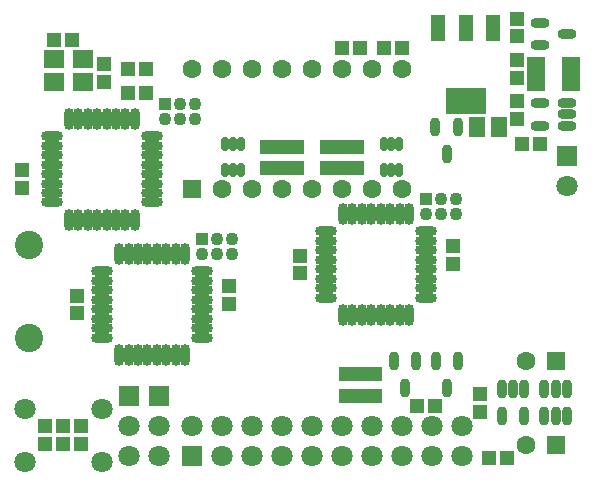
<source format=gbs>
G04 #@! TF.FileFunction,Soldermask,Bot*
%FSLAX46Y46*%
G04 Gerber Fmt 4.6, Leading zero omitted, Abs format (unit mm)*
G04 Created by KiCad (PCBNEW 4.0.3-stable) date 04/12/17 00:36:20*
%MOMM*%
%LPD*%
G01*
G04 APERTURE LIST*
%ADD10C,0.100000*%
%ADD11O,1.850000X0.850000*%
%ADD12O,0.850000X1.850000*%
%ADD13R,1.250000X1.300000*%
%ADD14R,1.300000X1.250000*%
%ADD15R,1.600000X1.600000*%
%ADD16C,1.600000*%
%ADD17R,1.350000X1.700000*%
%ADD18O,0.900000X1.600000*%
%ADD19O,1.600000X0.900000*%
%ADD20R,1.550000X3.000000*%
%ADD21R,1.800000X1.800000*%
%ADD22C,1.800000*%
%ADD23C,2.400000*%
%ADD24R,1.100000X1.100000*%
%ADD25C,1.100000*%
%ADD26O,0.700000X1.250000*%
%ADD27R,1.200000X2.250000*%
%ADD28R,3.500000X2.250000*%
%ADD29R,1.100000X1.200000*%
%ADD30R,0.850000X1.200000*%
%ADD31R,1.700000X1.600000*%
G04 APERTURE END LIST*
D10*
D11*
X124450000Y-99170000D03*
X124450000Y-98370000D03*
X124450000Y-97570000D03*
X124450000Y-96770000D03*
X124450000Y-95970000D03*
X124450000Y-95170000D03*
X124450000Y-94370000D03*
X124450000Y-93570000D03*
D12*
X125900000Y-92120000D03*
X126700000Y-92120000D03*
X127500000Y-92120000D03*
X128300000Y-92120000D03*
X129100000Y-92120000D03*
X129900000Y-92120000D03*
X130700000Y-92120000D03*
X131500000Y-92120000D03*
D11*
X132950000Y-93570000D03*
X132950000Y-94370000D03*
X132950000Y-95170000D03*
X132950000Y-95970000D03*
X132950000Y-96770000D03*
X132950000Y-97570000D03*
X132950000Y-98370000D03*
X132950000Y-99170000D03*
D12*
X131500000Y-100620000D03*
X130700000Y-100620000D03*
X129900000Y-100620000D03*
X129100000Y-100620000D03*
X128300000Y-100620000D03*
X127500000Y-100620000D03*
X126700000Y-100620000D03*
X125900000Y-100620000D03*
D13*
X117710000Y-84980000D03*
X117710000Y-86480000D03*
X121160000Y-106690000D03*
X121160000Y-108190000D03*
D14*
X151130000Y-104980000D03*
X152630000Y-104980000D03*
D15*
X162850000Y-108260000D03*
D16*
X160350000Y-108260000D03*
D14*
X126680000Y-78430000D03*
X128180000Y-78430000D03*
D13*
X135210000Y-96320000D03*
X135210000Y-94820000D03*
X122290000Y-95620000D03*
X122290000Y-97120000D03*
X154160000Y-92930000D03*
X154160000Y-91430000D03*
X141240000Y-92230000D03*
X141240000Y-93730000D03*
D14*
X160030000Y-82820000D03*
X161530000Y-82820000D03*
D13*
X159580000Y-72170000D03*
X159580000Y-73670000D03*
D17*
X158030000Y-81300000D03*
X156230000Y-81300000D03*
D15*
X162850000Y-101130000D03*
D16*
X160350000Y-101130000D03*
D14*
X121880000Y-73970000D03*
X120380000Y-73970000D03*
D13*
X124580000Y-76020000D03*
X124580000Y-77520000D03*
D18*
X152730000Y-101130000D03*
X154630000Y-101130000D03*
X153680000Y-103430000D03*
D19*
X161520000Y-74420000D03*
X161520000Y-72520000D03*
X163820000Y-73470000D03*
D18*
X152680000Y-81300000D03*
X154580000Y-81300000D03*
X153630000Y-83600000D03*
D15*
X132080000Y-86630000D03*
D16*
X134620000Y-86630000D03*
X137160000Y-86630000D03*
X139700000Y-86630000D03*
X142240000Y-86630000D03*
X144780000Y-86630000D03*
X147320000Y-86630000D03*
X149860000Y-86630000D03*
X149860000Y-76470000D03*
X147320000Y-76470000D03*
X144780000Y-76470000D03*
X142240000Y-76470000D03*
X139700000Y-76470000D03*
X137160000Y-76470000D03*
X134620000Y-76470000D03*
X132080000Y-76470000D03*
D20*
X161230000Y-76870000D03*
X164130000Y-76870000D03*
D21*
X132080000Y-109220000D03*
D22*
X134620000Y-109220000D03*
X137160000Y-109220000D03*
X139700000Y-109220000D03*
X142240000Y-109220000D03*
X144780000Y-109220000D03*
X147320000Y-109220000D03*
X149860000Y-109220000D03*
X152400000Y-109220000D03*
X154940000Y-109220000D03*
X154940000Y-106680000D03*
X152400000Y-106680000D03*
X149860000Y-106680000D03*
X147320000Y-106680000D03*
X144780000Y-106680000D03*
X142240000Y-106680000D03*
X139700000Y-106680000D03*
X137160000Y-106680000D03*
X134620000Y-106680000D03*
X132080000Y-106680000D03*
D21*
X126740000Y-104150000D03*
D22*
X126740000Y-106690000D03*
X126740000Y-109230000D03*
D21*
X129270000Y-104150000D03*
D22*
X129270000Y-106690000D03*
X129270000Y-109230000D03*
D23*
X118290000Y-91300000D03*
X118290000Y-99200000D03*
D21*
X163830000Y-83820000D03*
D22*
X163830000Y-86360000D03*
D24*
X129740000Y-79410000D03*
D25*
X129740000Y-80680000D03*
X131010000Y-79410000D03*
X131010000Y-80680000D03*
X132280000Y-79410000D03*
X132280000Y-80680000D03*
D24*
X132950000Y-90850000D03*
D25*
X132950000Y-92120000D03*
X134220000Y-90850000D03*
X134220000Y-92120000D03*
X135490000Y-90850000D03*
X135490000Y-92120000D03*
D24*
X151900000Y-87460000D03*
D25*
X151900000Y-88730000D03*
X153170000Y-87460000D03*
X153170000Y-88730000D03*
X154440000Y-87460000D03*
X154440000Y-88730000D03*
D18*
X149130000Y-101130000D03*
X151030000Y-101130000D03*
X150080000Y-103430000D03*
X161900000Y-103550000D03*
X163800000Y-103550000D03*
X162850000Y-105850000D03*
X162850000Y-103550000D03*
X163800000Y-105850000D03*
X161900000Y-105850000D03*
D26*
X134880000Y-82800000D03*
X135530000Y-82800000D03*
X136180000Y-82800000D03*
X136180000Y-85000000D03*
X134880000Y-85000000D03*
X135530000Y-85000000D03*
X148300000Y-82800000D03*
X148950000Y-82800000D03*
X149600000Y-82800000D03*
X149600000Y-85000000D03*
X148300000Y-85000000D03*
X148950000Y-85000000D03*
D14*
X128180000Y-76470000D03*
X126680000Y-76470000D03*
X146310000Y-74690000D03*
X144810000Y-74690000D03*
D13*
X119660000Y-106690000D03*
X119660000Y-108190000D03*
X122660000Y-106690000D03*
X122660000Y-108190000D03*
D14*
X148330000Y-74690000D03*
X149830000Y-74690000D03*
X158700000Y-109400000D03*
X157200000Y-109400000D03*
D13*
X156470000Y-103950000D03*
X156470000Y-105450000D03*
X159580000Y-75670000D03*
X159580000Y-77170000D03*
X159580000Y-79170000D03*
X159580000Y-80670000D03*
D22*
X124410000Y-105190000D03*
X117910000Y-105190000D03*
X117910000Y-109690000D03*
X124410000Y-109690000D03*
D12*
X121630000Y-80680000D03*
X122430000Y-80680000D03*
X123230000Y-80680000D03*
X124030000Y-80680000D03*
X124830000Y-80680000D03*
X125630000Y-80680000D03*
X126430000Y-80680000D03*
X127230000Y-80680000D03*
D11*
X128680000Y-82130000D03*
X128680000Y-82930000D03*
X128680000Y-83730000D03*
X128680000Y-84530000D03*
X128680000Y-85330000D03*
X128680000Y-86130000D03*
X128680000Y-86930000D03*
X128680000Y-87730000D03*
D12*
X127230000Y-89180000D03*
X126430000Y-89180000D03*
X125630000Y-89180000D03*
X124830000Y-89180000D03*
X124030000Y-89180000D03*
X123230000Y-89180000D03*
X122430000Y-89180000D03*
X121630000Y-89180000D03*
D11*
X120180000Y-87730000D03*
X120180000Y-86930000D03*
X120180000Y-86130000D03*
X120180000Y-85330000D03*
X120180000Y-84530000D03*
X120180000Y-83730000D03*
X120180000Y-82930000D03*
X120180000Y-82130000D03*
X143400000Y-95780000D03*
X143400000Y-94980000D03*
X143400000Y-94180000D03*
X143400000Y-93380000D03*
X143400000Y-92580000D03*
X143400000Y-91780000D03*
X143400000Y-90980000D03*
X143400000Y-90180000D03*
D12*
X144850000Y-88730000D03*
X145650000Y-88730000D03*
X146450000Y-88730000D03*
X147250000Y-88730000D03*
X148050000Y-88730000D03*
X148850000Y-88730000D03*
X149650000Y-88730000D03*
X150450000Y-88730000D03*
D11*
X151900000Y-90180000D03*
X151900000Y-90980000D03*
X151900000Y-91780000D03*
X151900000Y-92580000D03*
X151900000Y-93380000D03*
X151900000Y-94180000D03*
X151900000Y-94980000D03*
X151900000Y-95780000D03*
D12*
X150450000Y-97230000D03*
X149650000Y-97230000D03*
X148850000Y-97230000D03*
X148050000Y-97230000D03*
X147250000Y-97230000D03*
X146450000Y-97230000D03*
X145650000Y-97230000D03*
X144850000Y-97230000D03*
D18*
X158300000Y-103550000D03*
X160200000Y-103550000D03*
X159250000Y-103550000D03*
X160200000Y-105850000D03*
X158300000Y-105850000D03*
D19*
X163830000Y-79320000D03*
X163830000Y-81220000D03*
X163830000Y-80270000D03*
X161530000Y-81220000D03*
X161530000Y-79320000D03*
D27*
X152930000Y-73000000D03*
D28*
X155230000Y-79100000D03*
D27*
X155230000Y-73000000D03*
X157530000Y-73000000D03*
D29*
X145005000Y-102280000D03*
D30*
X146730000Y-102280000D03*
X145930000Y-102280000D03*
D29*
X147655000Y-102280000D03*
D30*
X145930000Y-104080000D03*
D29*
X145005000Y-104080000D03*
D30*
X146730000Y-104080000D03*
D29*
X147655000Y-104080000D03*
X143455000Y-83000000D03*
D30*
X145180000Y-83000000D03*
X144380000Y-83000000D03*
D29*
X146105000Y-83000000D03*
D30*
X144380000Y-84800000D03*
D29*
X143455000Y-84800000D03*
D30*
X145180000Y-84800000D03*
D29*
X146105000Y-84800000D03*
X138375000Y-83000000D03*
D30*
X140100000Y-83000000D03*
X139300000Y-83000000D03*
D29*
X141025000Y-83000000D03*
D30*
X139300000Y-84800000D03*
D29*
X138375000Y-84800000D03*
D30*
X140100000Y-84800000D03*
D29*
X141025000Y-84800000D03*
D31*
X122880000Y-75620000D03*
X120380000Y-75620000D03*
X120380000Y-77520000D03*
X122880000Y-77520000D03*
M02*

</source>
